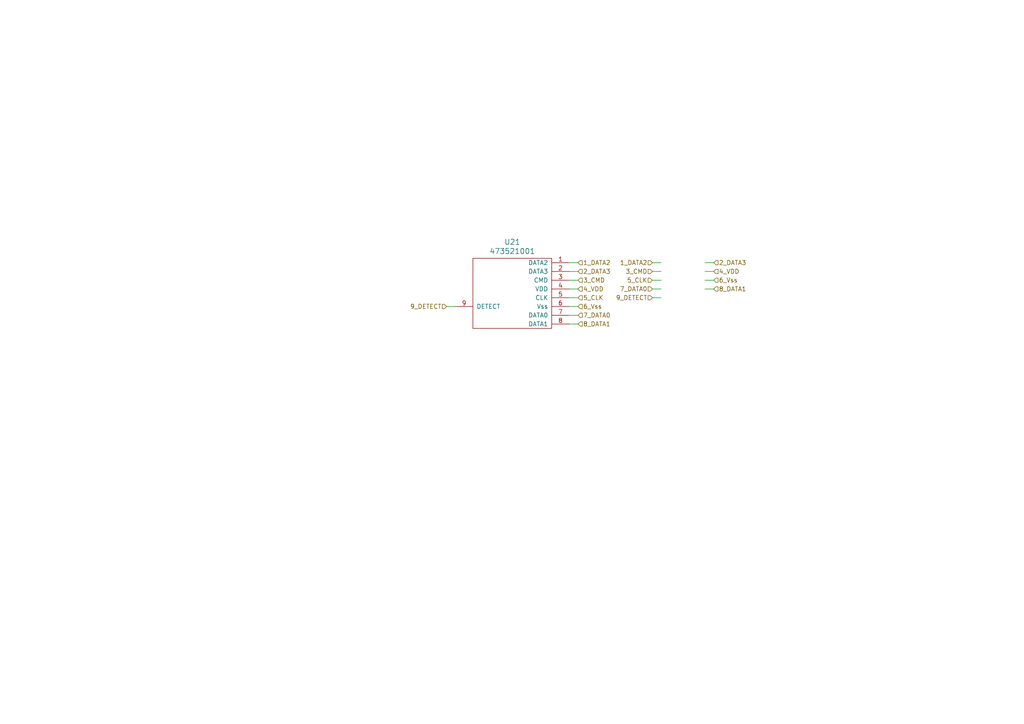
<source format=kicad_sch>
(kicad_sch (version 20210621) (generator eeschema)
  (paper "A4")
  (lib_symbols
    (symbol "FreeEEG32-ads131-rescue:473521001-473521001" (pin_names (offset 1.016))
      (property "Reference" "U" (at 0 -1.27 0))
      (property "Value" "473521001-473521001" (at 0 1.27 0))
      (symbol "473521001-473521001_0_1"
        (rectangle (start -10.16 11.43) (end 10.16 -11.43))
      )
      (symbol "473521001-473521001_1_1"
        (pin input line (at 8.89 -16.51 90) (length 5.08) (name "DATA2") (number "1"))
        (pin input line (at 6.35 -16.51 90) (length 5.08) (name "DATA3") (number "2"))
        (pin input line (at 3.81 -16.51 90) (length 5.08) (name "CMD") (number "3"))
        (pin input line (at 1.27 -16.51 90) (length 5.08) (name "VDD") (number "4"))
        (pin input line (at -1.27 -16.51 90) (length 5.08) (name "CLK") (number "5"))
        (pin input line (at -3.81 -16.51 90) (length 5.08) (name "Vss") (number "6"))
        (pin input line (at -6.35 -16.51 90) (length 5.08) (name "DATA0") (number "7"))
        (pin input line (at -8.89 -16.51 90) (length 5.08) (name "DATA1") (number "8"))
        (pin input line (at -3.81 16.51 270) (length 5.08) (name "DETECT") (number "9"))
      )
    )
  )
  (wire (pts (xy 129.54 88.9) (xy 132.08 88.9)))
  (wire (pts (xy 167.64 76.2) (xy 165.1 76.2)))
  (wire (pts (xy 167.64 78.74) (xy 165.1 78.74)))
  (wire (pts (xy 167.64 81.28) (xy 165.1 81.28)))
  (wire (pts (xy 167.64 83.82) (xy 165.1 83.82)))
  (wire (pts (xy 167.64 86.36) (xy 165.1 86.36)))
  (wire (pts (xy 167.64 88.9) (xy 165.1 88.9)))
  (wire (pts (xy 167.64 91.44) (xy 165.1 91.44)))
  (wire (pts (xy 167.64 93.98) (xy 165.1 93.98)))
  (wire (pts (xy 189.23 76.2) (xy 191.77 76.2)))
  (wire (pts (xy 189.23 78.74) (xy 191.77 78.74)))
  (wire (pts (xy 189.23 81.28) (xy 191.77 81.28)))
  (wire (pts (xy 189.23 83.82) (xy 191.77 83.82)))
  (wire (pts (xy 189.23 86.36) (xy 191.77 86.36)))
  (wire (pts (xy 207.01 76.2) (xy 204.47 76.2)))
  (wire (pts (xy 207.01 78.74) (xy 204.47 78.74)))
  (wire (pts (xy 207.01 81.28) (xy 204.47 81.28)))
  (wire (pts (xy 207.01 83.82) (xy 204.47 83.82)))
  (hierarchical_label "9_DETECT" (shape input) (at 129.54 88.9 180))
  (hierarchical_label "1_DATA2" (shape input) (at 167.64 76.2 0))
  (hierarchical_label "2_DATA3" (shape input) (at 167.64 78.74 0))
  (hierarchical_label "3_CMD" (shape input) (at 167.64 81.28 0))
  (hierarchical_label "4_VDD" (shape input) (at 167.64 83.82 0))
  (hierarchical_label "5_CLK" (shape input) (at 167.64 86.36 0))
  (hierarchical_label "6_Vss" (shape input) (at 167.64 88.9 0))
  (hierarchical_label "7_DATA0" (shape input) (at 167.64 91.44 0))
  (hierarchical_label "8_DATA1" (shape input) (at 167.64 93.98 0))
  (hierarchical_label "1_DATA2" (shape input) (at 189.23 76.2 180))
  (hierarchical_label "3_CMD" (shape input) (at 189.23 78.74 180))
  (hierarchical_label "5_CLK" (shape input) (at 189.23 81.28 180))
  (hierarchical_label "7_DATA0" (shape input) (at 189.23 83.82 180))
  (hierarchical_label "9_DETECT" (shape input) (at 189.23 86.36 180))
  (hierarchical_label "2_DATA3" (shape input) (at 207.01 76.2 0))
  (hierarchical_label "4_VDD" (shape input) (at 207.01 78.74 0))
  (hierarchical_label "6_Vss" (shape input) (at 207.01 81.28 0))
  (hierarchical_label "8_DATA1" (shape input) (at 207.01 83.82 0))
  (symbol (lib_id "FreeEEG32-ads131-rescue:473521001-473521001") (at 148.59 85.09 90) (unit 1)
    (property "Reference" "U21" (at 148.59 70.1802 90) (effects (font (size 1.524 1.524))))
    (property "Value" "473521001" (at 148.59 72.8726 90) (effects (font (size 1.524 1.524))))
    (property "Footprint" "473521001:473521001" (effects hide))
    (property "MNP" "47352-1001" (effects hide))
  )
)
</source>
